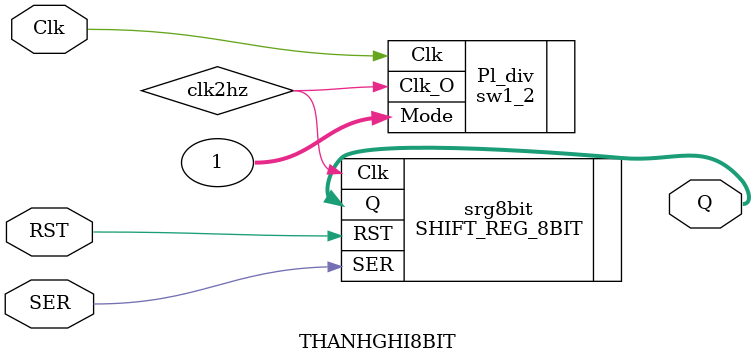
<source format=v>
`timescale 1ns / 1ps
`include "SHIFT_REG_8BIT.v"
`include "sw1_2.v"
module THANHGHI8BIT(
    input wire Clk,
    input wire SER,
    input wire RST,
    output [7:0] Q
    );
	wire clk2hz;
	sw1_2 Pl_div(.Clk(Clk), .Mode(1), .Clk_O(clk2hz));
	SHIFT_REG_8BIT srg8bit(
	.Clk(clk2hz),
	.SER(SER),
	.RST(RST),
	.Q(Q)
	);
endmodule

</source>
